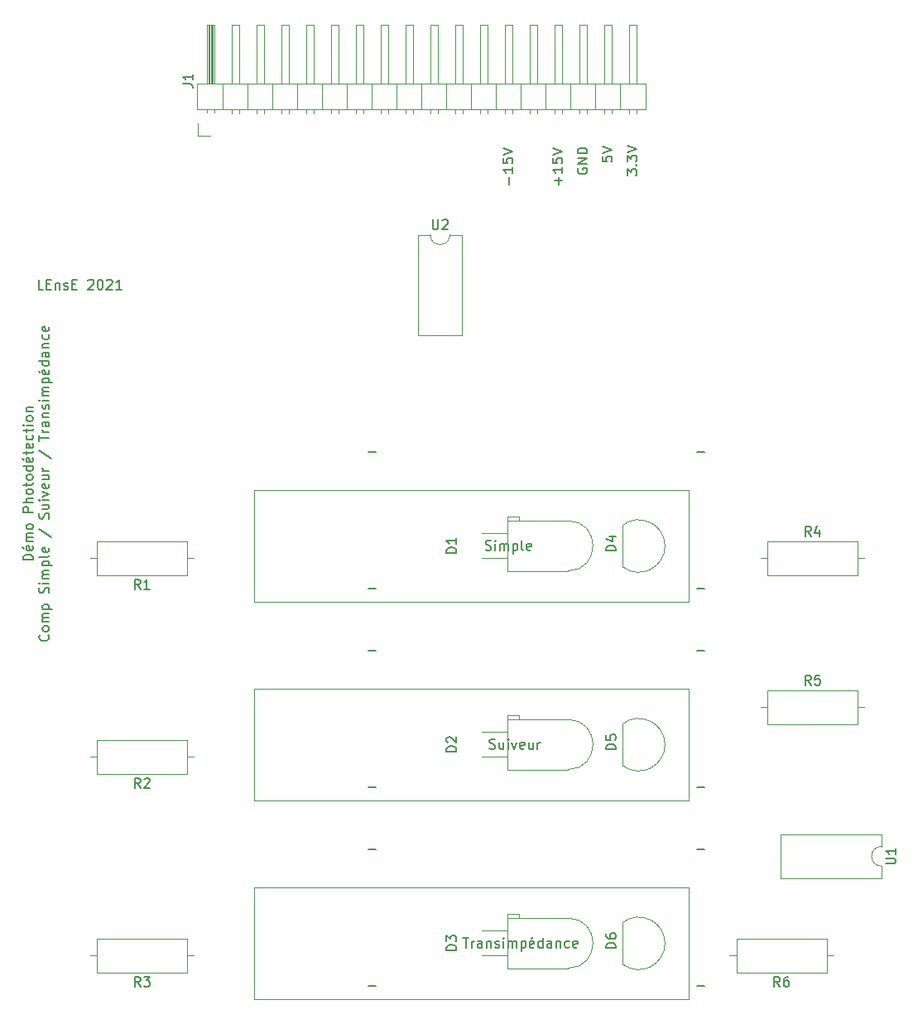
<source format=gbr>
%TF.GenerationSoftware,KiCad,Pcbnew,(5.0.1)-4*%
%TF.CreationDate,2021-04-02T16:30:22+02:00*%
%TF.ProjectId,carte_PhotodectionSuiveurTrans,63617274655F50686F746F6465637469,rev?*%
%TF.SameCoordinates,Original*%
%TF.FileFunction,Legend,Top*%
%TF.FilePolarity,Positive*%
%FSLAX46Y46*%
G04 Gerber Fmt 4.6, Leading zero omitted, Abs format (unit mm)*
G04 Created by KiCad (PCBNEW (5.0.1)-4) date 02/04/2021 16:30:22*
%MOMM*%
%LPD*%
G01*
G04 APERTURE LIST*
%ADD10C,0.150000*%
%ADD11C,0.120000*%
G04 APERTURE END LIST*
D10*
X209995238Y-129627380D02*
X210566666Y-129627380D01*
X210280952Y-130627380D02*
X210280952Y-129627380D01*
X210900000Y-130627380D02*
X210900000Y-129960714D01*
X210900000Y-130151190D02*
X210947619Y-130055952D01*
X210995238Y-130008333D01*
X211090476Y-129960714D01*
X211185714Y-129960714D01*
X211947619Y-130627380D02*
X211947619Y-130103571D01*
X211900000Y-130008333D01*
X211804761Y-129960714D01*
X211614285Y-129960714D01*
X211519047Y-130008333D01*
X211947619Y-130579761D02*
X211852380Y-130627380D01*
X211614285Y-130627380D01*
X211519047Y-130579761D01*
X211471428Y-130484523D01*
X211471428Y-130389285D01*
X211519047Y-130294047D01*
X211614285Y-130246428D01*
X211852380Y-130246428D01*
X211947619Y-130198809D01*
X212423809Y-129960714D02*
X212423809Y-130627380D01*
X212423809Y-130055952D02*
X212471428Y-130008333D01*
X212566666Y-129960714D01*
X212709523Y-129960714D01*
X212804761Y-130008333D01*
X212852380Y-130103571D01*
X212852380Y-130627380D01*
X213280952Y-130579761D02*
X213376190Y-130627380D01*
X213566666Y-130627380D01*
X213661904Y-130579761D01*
X213709523Y-130484523D01*
X213709523Y-130436904D01*
X213661904Y-130341666D01*
X213566666Y-130294047D01*
X213423809Y-130294047D01*
X213328571Y-130246428D01*
X213280952Y-130151190D01*
X213280952Y-130103571D01*
X213328571Y-130008333D01*
X213423809Y-129960714D01*
X213566666Y-129960714D01*
X213661904Y-130008333D01*
X214138095Y-130627380D02*
X214138095Y-129960714D01*
X214138095Y-129627380D02*
X214090476Y-129675000D01*
X214138095Y-129722619D01*
X214185714Y-129675000D01*
X214138095Y-129627380D01*
X214138095Y-129722619D01*
X214614285Y-130627380D02*
X214614285Y-129960714D01*
X214614285Y-130055952D02*
X214661904Y-130008333D01*
X214757142Y-129960714D01*
X214900000Y-129960714D01*
X214995238Y-130008333D01*
X215042857Y-130103571D01*
X215042857Y-130627380D01*
X215042857Y-130103571D02*
X215090476Y-130008333D01*
X215185714Y-129960714D01*
X215328571Y-129960714D01*
X215423809Y-130008333D01*
X215471428Y-130103571D01*
X215471428Y-130627380D01*
X215947619Y-129960714D02*
X215947619Y-130960714D01*
X215947619Y-130008333D02*
X216042857Y-129960714D01*
X216233333Y-129960714D01*
X216328571Y-130008333D01*
X216376190Y-130055952D01*
X216423809Y-130151190D01*
X216423809Y-130436904D01*
X216376190Y-130532142D01*
X216328571Y-130579761D01*
X216233333Y-130627380D01*
X216042857Y-130627380D01*
X215947619Y-130579761D01*
X217233333Y-130579761D02*
X217138095Y-130627380D01*
X216947619Y-130627380D01*
X216852380Y-130579761D01*
X216804761Y-130484523D01*
X216804761Y-130103571D01*
X216852380Y-130008333D01*
X216947619Y-129960714D01*
X217138095Y-129960714D01*
X217233333Y-130008333D01*
X217280952Y-130103571D01*
X217280952Y-130198809D01*
X216804761Y-130294047D01*
X217138095Y-129579761D02*
X216995238Y-129722619D01*
X218138095Y-130627380D02*
X218138095Y-129627380D01*
X218138095Y-130579761D02*
X218042857Y-130627380D01*
X217852380Y-130627380D01*
X217757142Y-130579761D01*
X217709523Y-130532142D01*
X217661904Y-130436904D01*
X217661904Y-130151190D01*
X217709523Y-130055952D01*
X217757142Y-130008333D01*
X217852380Y-129960714D01*
X218042857Y-129960714D01*
X218138095Y-130008333D01*
X219042857Y-130627380D02*
X219042857Y-130103571D01*
X218995238Y-130008333D01*
X218900000Y-129960714D01*
X218709523Y-129960714D01*
X218614285Y-130008333D01*
X219042857Y-130579761D02*
X218947619Y-130627380D01*
X218709523Y-130627380D01*
X218614285Y-130579761D01*
X218566666Y-130484523D01*
X218566666Y-130389285D01*
X218614285Y-130294047D01*
X218709523Y-130246428D01*
X218947619Y-130246428D01*
X219042857Y-130198809D01*
X219519047Y-129960714D02*
X219519047Y-130627380D01*
X219519047Y-130055952D02*
X219566666Y-130008333D01*
X219661904Y-129960714D01*
X219804761Y-129960714D01*
X219900000Y-130008333D01*
X219947619Y-130103571D01*
X219947619Y-130627380D01*
X220852380Y-130579761D02*
X220757142Y-130627380D01*
X220566666Y-130627380D01*
X220471428Y-130579761D01*
X220423809Y-130532142D01*
X220376190Y-130436904D01*
X220376190Y-130151190D01*
X220423809Y-130055952D01*
X220471428Y-130008333D01*
X220566666Y-129960714D01*
X220757142Y-129960714D01*
X220852380Y-130008333D01*
X221661904Y-130579761D02*
X221566666Y-130627380D01*
X221376190Y-130627380D01*
X221280952Y-130579761D01*
X221233333Y-130484523D01*
X221233333Y-130103571D01*
X221280952Y-130008333D01*
X221376190Y-129960714D01*
X221566666Y-129960714D01*
X221661904Y-130008333D01*
X221709523Y-130103571D01*
X221709523Y-130198809D01*
X221233333Y-130294047D01*
X212717380Y-110259761D02*
X212860238Y-110307380D01*
X213098333Y-110307380D01*
X213193571Y-110259761D01*
X213241190Y-110212142D01*
X213288809Y-110116904D01*
X213288809Y-110021666D01*
X213241190Y-109926428D01*
X213193571Y-109878809D01*
X213098333Y-109831190D01*
X212907857Y-109783571D01*
X212812619Y-109735952D01*
X212765000Y-109688333D01*
X212717380Y-109593095D01*
X212717380Y-109497857D01*
X212765000Y-109402619D01*
X212812619Y-109355000D01*
X212907857Y-109307380D01*
X213145952Y-109307380D01*
X213288809Y-109355000D01*
X214145952Y-109640714D02*
X214145952Y-110307380D01*
X213717380Y-109640714D02*
X213717380Y-110164523D01*
X213765000Y-110259761D01*
X213860238Y-110307380D01*
X214003095Y-110307380D01*
X214098333Y-110259761D01*
X214145952Y-110212142D01*
X214622142Y-110307380D02*
X214622142Y-109640714D01*
X214622142Y-109307380D02*
X214574523Y-109355000D01*
X214622142Y-109402619D01*
X214669761Y-109355000D01*
X214622142Y-109307380D01*
X214622142Y-109402619D01*
X215003095Y-109640714D02*
X215241190Y-110307380D01*
X215479285Y-109640714D01*
X216241190Y-110259761D02*
X216145952Y-110307380D01*
X215955476Y-110307380D01*
X215860238Y-110259761D01*
X215812619Y-110164523D01*
X215812619Y-109783571D01*
X215860238Y-109688333D01*
X215955476Y-109640714D01*
X216145952Y-109640714D01*
X216241190Y-109688333D01*
X216288809Y-109783571D01*
X216288809Y-109878809D01*
X215812619Y-109974047D01*
X217145952Y-109640714D02*
X217145952Y-110307380D01*
X216717380Y-109640714D02*
X216717380Y-110164523D01*
X216765000Y-110259761D01*
X216860238Y-110307380D01*
X217003095Y-110307380D01*
X217098333Y-110259761D01*
X217145952Y-110212142D01*
X217622142Y-110307380D02*
X217622142Y-109640714D01*
X217622142Y-109831190D02*
X217669761Y-109735952D01*
X217717380Y-109688333D01*
X217812619Y-109640714D01*
X217907857Y-109640714D01*
X212296666Y-89939761D02*
X212439523Y-89987380D01*
X212677619Y-89987380D01*
X212772857Y-89939761D01*
X212820476Y-89892142D01*
X212868095Y-89796904D01*
X212868095Y-89701666D01*
X212820476Y-89606428D01*
X212772857Y-89558809D01*
X212677619Y-89511190D01*
X212487142Y-89463571D01*
X212391904Y-89415952D01*
X212344285Y-89368333D01*
X212296666Y-89273095D01*
X212296666Y-89177857D01*
X212344285Y-89082619D01*
X212391904Y-89035000D01*
X212487142Y-88987380D01*
X212725238Y-88987380D01*
X212868095Y-89035000D01*
X213296666Y-89987380D02*
X213296666Y-89320714D01*
X213296666Y-88987380D02*
X213249047Y-89035000D01*
X213296666Y-89082619D01*
X213344285Y-89035000D01*
X213296666Y-88987380D01*
X213296666Y-89082619D01*
X213772857Y-89987380D02*
X213772857Y-89320714D01*
X213772857Y-89415952D02*
X213820476Y-89368333D01*
X213915714Y-89320714D01*
X214058571Y-89320714D01*
X214153809Y-89368333D01*
X214201428Y-89463571D01*
X214201428Y-89987380D01*
X214201428Y-89463571D02*
X214249047Y-89368333D01*
X214344285Y-89320714D01*
X214487142Y-89320714D01*
X214582380Y-89368333D01*
X214630000Y-89463571D01*
X214630000Y-89987380D01*
X215106190Y-89320714D02*
X215106190Y-90320714D01*
X215106190Y-89368333D02*
X215201428Y-89320714D01*
X215391904Y-89320714D01*
X215487142Y-89368333D01*
X215534761Y-89415952D01*
X215582380Y-89511190D01*
X215582380Y-89796904D01*
X215534761Y-89892142D01*
X215487142Y-89939761D01*
X215391904Y-89987380D01*
X215201428Y-89987380D01*
X215106190Y-89939761D01*
X216153809Y-89987380D02*
X216058571Y-89939761D01*
X216010952Y-89844523D01*
X216010952Y-88987380D01*
X216915714Y-89939761D02*
X216820476Y-89987380D01*
X216630000Y-89987380D01*
X216534761Y-89939761D01*
X216487142Y-89844523D01*
X216487142Y-89463571D01*
X216534761Y-89368333D01*
X216630000Y-89320714D01*
X216820476Y-89320714D01*
X216915714Y-89368333D01*
X216963333Y-89463571D01*
X216963333Y-89558809D01*
X216487142Y-89654047D01*
X214701428Y-52561904D02*
X214701428Y-51800000D01*
X215082380Y-50800000D02*
X215082380Y-51371428D01*
X215082380Y-51085714D02*
X214082380Y-51085714D01*
X214225238Y-51180952D01*
X214320476Y-51276190D01*
X214368095Y-51371428D01*
X214082380Y-49895238D02*
X214082380Y-50371428D01*
X214558571Y-50419047D01*
X214510952Y-50371428D01*
X214463333Y-50276190D01*
X214463333Y-50038095D01*
X214510952Y-49942857D01*
X214558571Y-49895238D01*
X214653809Y-49847619D01*
X214891904Y-49847619D01*
X214987142Y-49895238D01*
X215034761Y-49942857D01*
X215082380Y-50038095D01*
X215082380Y-50276190D01*
X215034761Y-50371428D01*
X214987142Y-50419047D01*
X214082380Y-49561904D02*
X215082380Y-49228571D01*
X214082380Y-48895238D01*
X219781428Y-52561904D02*
X219781428Y-51800000D01*
X220162380Y-52180952D02*
X219400476Y-52180952D01*
X220162380Y-50800000D02*
X220162380Y-51371428D01*
X220162380Y-51085714D02*
X219162380Y-51085714D01*
X219305238Y-51180952D01*
X219400476Y-51276190D01*
X219448095Y-51371428D01*
X219162380Y-49895238D02*
X219162380Y-50371428D01*
X219638571Y-50419047D01*
X219590952Y-50371428D01*
X219543333Y-50276190D01*
X219543333Y-50038095D01*
X219590952Y-49942857D01*
X219638571Y-49895238D01*
X219733809Y-49847619D01*
X219971904Y-49847619D01*
X220067142Y-49895238D01*
X220114761Y-49942857D01*
X220162380Y-50038095D01*
X220162380Y-50276190D01*
X220114761Y-50371428D01*
X220067142Y-50419047D01*
X219162380Y-49561904D02*
X220162380Y-49228571D01*
X219162380Y-48895238D01*
X221750000Y-50926904D02*
X221702380Y-51022142D01*
X221702380Y-51165000D01*
X221750000Y-51307857D01*
X221845238Y-51403095D01*
X221940476Y-51450714D01*
X222130952Y-51498333D01*
X222273809Y-51498333D01*
X222464285Y-51450714D01*
X222559523Y-51403095D01*
X222654761Y-51307857D01*
X222702380Y-51165000D01*
X222702380Y-51069761D01*
X222654761Y-50926904D01*
X222607142Y-50879285D01*
X222273809Y-50879285D01*
X222273809Y-51069761D01*
X222702380Y-50450714D02*
X221702380Y-50450714D01*
X222702380Y-49879285D01*
X221702380Y-49879285D01*
X222702380Y-49403095D02*
X221702380Y-49403095D01*
X221702380Y-49165000D01*
X221750000Y-49022142D01*
X221845238Y-48926904D01*
X221940476Y-48879285D01*
X222130952Y-48831666D01*
X222273809Y-48831666D01*
X222464285Y-48879285D01*
X222559523Y-48926904D01*
X222654761Y-49022142D01*
X222702380Y-49165000D01*
X222702380Y-49403095D01*
X224242380Y-49720476D02*
X224242380Y-50196666D01*
X224718571Y-50244285D01*
X224670952Y-50196666D01*
X224623333Y-50101428D01*
X224623333Y-49863333D01*
X224670952Y-49768095D01*
X224718571Y-49720476D01*
X224813809Y-49672857D01*
X225051904Y-49672857D01*
X225147142Y-49720476D01*
X225194761Y-49768095D01*
X225242380Y-49863333D01*
X225242380Y-50101428D01*
X225194761Y-50196666D01*
X225147142Y-50244285D01*
X224242380Y-49387142D02*
X225242380Y-49053809D01*
X224242380Y-48720476D01*
X226782380Y-51641190D02*
X226782380Y-51022142D01*
X227163333Y-51355476D01*
X227163333Y-51212619D01*
X227210952Y-51117380D01*
X227258571Y-51069761D01*
X227353809Y-51022142D01*
X227591904Y-51022142D01*
X227687142Y-51069761D01*
X227734761Y-51117380D01*
X227782380Y-51212619D01*
X227782380Y-51498333D01*
X227734761Y-51593571D01*
X227687142Y-51641190D01*
X227687142Y-50593571D02*
X227734761Y-50545952D01*
X227782380Y-50593571D01*
X227734761Y-50641190D01*
X227687142Y-50593571D01*
X227782380Y-50593571D01*
X226782380Y-50212619D02*
X226782380Y-49593571D01*
X227163333Y-49926904D01*
X227163333Y-49784047D01*
X227210952Y-49688809D01*
X227258571Y-49641190D01*
X227353809Y-49593571D01*
X227591904Y-49593571D01*
X227687142Y-49641190D01*
X227734761Y-49688809D01*
X227782380Y-49784047D01*
X227782380Y-50069761D01*
X227734761Y-50165000D01*
X227687142Y-50212619D01*
X226782380Y-49307857D02*
X227782380Y-48974523D01*
X226782380Y-48641190D01*
X165997380Y-90970714D02*
X164997380Y-90970714D01*
X164997380Y-90732619D01*
X165045000Y-90589761D01*
X165140238Y-90494523D01*
X165235476Y-90446904D01*
X165425952Y-90399285D01*
X165568809Y-90399285D01*
X165759285Y-90446904D01*
X165854523Y-90494523D01*
X165949761Y-90589761D01*
X165997380Y-90732619D01*
X165997380Y-90970714D01*
X165949761Y-89589761D02*
X165997380Y-89685000D01*
X165997380Y-89875476D01*
X165949761Y-89970714D01*
X165854523Y-90018333D01*
X165473571Y-90018333D01*
X165378333Y-89970714D01*
X165330714Y-89875476D01*
X165330714Y-89685000D01*
X165378333Y-89589761D01*
X165473571Y-89542142D01*
X165568809Y-89542142D01*
X165664047Y-90018333D01*
X164949761Y-89685000D02*
X165092619Y-89827857D01*
X165997380Y-89113571D02*
X165330714Y-89113571D01*
X165425952Y-89113571D02*
X165378333Y-89065952D01*
X165330714Y-88970714D01*
X165330714Y-88827857D01*
X165378333Y-88732619D01*
X165473571Y-88685000D01*
X165997380Y-88685000D01*
X165473571Y-88685000D02*
X165378333Y-88637380D01*
X165330714Y-88542142D01*
X165330714Y-88399285D01*
X165378333Y-88304047D01*
X165473571Y-88256428D01*
X165997380Y-88256428D01*
X165997380Y-87637380D02*
X165949761Y-87732619D01*
X165902142Y-87780238D01*
X165806904Y-87827857D01*
X165521190Y-87827857D01*
X165425952Y-87780238D01*
X165378333Y-87732619D01*
X165330714Y-87637380D01*
X165330714Y-87494523D01*
X165378333Y-87399285D01*
X165425952Y-87351666D01*
X165521190Y-87304047D01*
X165806904Y-87304047D01*
X165902142Y-87351666D01*
X165949761Y-87399285D01*
X165997380Y-87494523D01*
X165997380Y-87637380D01*
X165997380Y-86113571D02*
X164997380Y-86113571D01*
X164997380Y-85732619D01*
X165045000Y-85637380D01*
X165092619Y-85589761D01*
X165187857Y-85542142D01*
X165330714Y-85542142D01*
X165425952Y-85589761D01*
X165473571Y-85637380D01*
X165521190Y-85732619D01*
X165521190Y-86113571D01*
X165997380Y-85113571D02*
X164997380Y-85113571D01*
X165997380Y-84685000D02*
X165473571Y-84685000D01*
X165378333Y-84732619D01*
X165330714Y-84827857D01*
X165330714Y-84970714D01*
X165378333Y-85065952D01*
X165425952Y-85113571D01*
X165997380Y-84065952D02*
X165949761Y-84161190D01*
X165902142Y-84208809D01*
X165806904Y-84256428D01*
X165521190Y-84256428D01*
X165425952Y-84208809D01*
X165378333Y-84161190D01*
X165330714Y-84065952D01*
X165330714Y-83923095D01*
X165378333Y-83827857D01*
X165425952Y-83780238D01*
X165521190Y-83732619D01*
X165806904Y-83732619D01*
X165902142Y-83780238D01*
X165949761Y-83827857D01*
X165997380Y-83923095D01*
X165997380Y-84065952D01*
X165330714Y-83446904D02*
X165330714Y-83065952D01*
X164997380Y-83304047D02*
X165854523Y-83304047D01*
X165949761Y-83256428D01*
X165997380Y-83161190D01*
X165997380Y-83065952D01*
X165997380Y-82589761D02*
X165949761Y-82685000D01*
X165902142Y-82732619D01*
X165806904Y-82780238D01*
X165521190Y-82780238D01*
X165425952Y-82732619D01*
X165378333Y-82685000D01*
X165330714Y-82589761D01*
X165330714Y-82446904D01*
X165378333Y-82351666D01*
X165425952Y-82304047D01*
X165521190Y-82256428D01*
X165806904Y-82256428D01*
X165902142Y-82304047D01*
X165949761Y-82351666D01*
X165997380Y-82446904D01*
X165997380Y-82589761D01*
X165997380Y-81399285D02*
X164997380Y-81399285D01*
X165949761Y-81399285D02*
X165997380Y-81494523D01*
X165997380Y-81685000D01*
X165949761Y-81780238D01*
X165902142Y-81827857D01*
X165806904Y-81875476D01*
X165521190Y-81875476D01*
X165425952Y-81827857D01*
X165378333Y-81780238D01*
X165330714Y-81685000D01*
X165330714Y-81494523D01*
X165378333Y-81399285D01*
X165949761Y-80542142D02*
X165997380Y-80637380D01*
X165997380Y-80827857D01*
X165949761Y-80923095D01*
X165854523Y-80970714D01*
X165473571Y-80970714D01*
X165378333Y-80923095D01*
X165330714Y-80827857D01*
X165330714Y-80637380D01*
X165378333Y-80542142D01*
X165473571Y-80494523D01*
X165568809Y-80494523D01*
X165664047Y-80970714D01*
X164949761Y-80637380D02*
X165092619Y-80780238D01*
X165330714Y-80208809D02*
X165330714Y-79827857D01*
X164997380Y-80065952D02*
X165854523Y-80065952D01*
X165949761Y-80018333D01*
X165997380Y-79923095D01*
X165997380Y-79827857D01*
X165949761Y-79113571D02*
X165997380Y-79208809D01*
X165997380Y-79399285D01*
X165949761Y-79494523D01*
X165854523Y-79542142D01*
X165473571Y-79542142D01*
X165378333Y-79494523D01*
X165330714Y-79399285D01*
X165330714Y-79208809D01*
X165378333Y-79113571D01*
X165473571Y-79065952D01*
X165568809Y-79065952D01*
X165664047Y-79542142D01*
X165949761Y-78208809D02*
X165997380Y-78304047D01*
X165997380Y-78494523D01*
X165949761Y-78589761D01*
X165902142Y-78637380D01*
X165806904Y-78685000D01*
X165521190Y-78685000D01*
X165425952Y-78637380D01*
X165378333Y-78589761D01*
X165330714Y-78494523D01*
X165330714Y-78304047D01*
X165378333Y-78208809D01*
X165330714Y-77923095D02*
X165330714Y-77542142D01*
X164997380Y-77780238D02*
X165854523Y-77780238D01*
X165949761Y-77732619D01*
X165997380Y-77637380D01*
X165997380Y-77542142D01*
X165997380Y-77208809D02*
X165330714Y-77208809D01*
X164997380Y-77208809D02*
X165045000Y-77256428D01*
X165092619Y-77208809D01*
X165045000Y-77161190D01*
X164997380Y-77208809D01*
X165092619Y-77208809D01*
X165997380Y-76589761D02*
X165949761Y-76685000D01*
X165902142Y-76732619D01*
X165806904Y-76780238D01*
X165521190Y-76780238D01*
X165425952Y-76732619D01*
X165378333Y-76685000D01*
X165330714Y-76589761D01*
X165330714Y-76446904D01*
X165378333Y-76351666D01*
X165425952Y-76304047D01*
X165521190Y-76256428D01*
X165806904Y-76256428D01*
X165902142Y-76304047D01*
X165949761Y-76351666D01*
X165997380Y-76446904D01*
X165997380Y-76589761D01*
X165330714Y-75827857D02*
X165997380Y-75827857D01*
X165425952Y-75827857D02*
X165378333Y-75780238D01*
X165330714Y-75685000D01*
X165330714Y-75542142D01*
X165378333Y-75446904D01*
X165473571Y-75399285D01*
X165997380Y-75399285D01*
X167552142Y-98661190D02*
X167599761Y-98708809D01*
X167647380Y-98851666D01*
X167647380Y-98946904D01*
X167599761Y-99089761D01*
X167504523Y-99185000D01*
X167409285Y-99232619D01*
X167218809Y-99280238D01*
X167075952Y-99280238D01*
X166885476Y-99232619D01*
X166790238Y-99185000D01*
X166695000Y-99089761D01*
X166647380Y-98946904D01*
X166647380Y-98851666D01*
X166695000Y-98708809D01*
X166742619Y-98661190D01*
X167647380Y-98089761D02*
X167599761Y-98185000D01*
X167552142Y-98232619D01*
X167456904Y-98280238D01*
X167171190Y-98280238D01*
X167075952Y-98232619D01*
X167028333Y-98185000D01*
X166980714Y-98089761D01*
X166980714Y-97946904D01*
X167028333Y-97851666D01*
X167075952Y-97804047D01*
X167171190Y-97756428D01*
X167456904Y-97756428D01*
X167552142Y-97804047D01*
X167599761Y-97851666D01*
X167647380Y-97946904D01*
X167647380Y-98089761D01*
X167647380Y-97327857D02*
X166980714Y-97327857D01*
X167075952Y-97327857D02*
X167028333Y-97280238D01*
X166980714Y-97185000D01*
X166980714Y-97042142D01*
X167028333Y-96946904D01*
X167123571Y-96899285D01*
X167647380Y-96899285D01*
X167123571Y-96899285D02*
X167028333Y-96851666D01*
X166980714Y-96756428D01*
X166980714Y-96613571D01*
X167028333Y-96518333D01*
X167123571Y-96470714D01*
X167647380Y-96470714D01*
X166980714Y-95994523D02*
X167980714Y-95994523D01*
X167028333Y-95994523D02*
X166980714Y-95899285D01*
X166980714Y-95708809D01*
X167028333Y-95613571D01*
X167075952Y-95565952D01*
X167171190Y-95518333D01*
X167456904Y-95518333D01*
X167552142Y-95565952D01*
X167599761Y-95613571D01*
X167647380Y-95708809D01*
X167647380Y-95899285D01*
X167599761Y-95994523D01*
X167599761Y-94375476D02*
X167647380Y-94232619D01*
X167647380Y-93994523D01*
X167599761Y-93899285D01*
X167552142Y-93851666D01*
X167456904Y-93804047D01*
X167361666Y-93804047D01*
X167266428Y-93851666D01*
X167218809Y-93899285D01*
X167171190Y-93994523D01*
X167123571Y-94185000D01*
X167075952Y-94280238D01*
X167028333Y-94327857D01*
X166933095Y-94375476D01*
X166837857Y-94375476D01*
X166742619Y-94327857D01*
X166695000Y-94280238D01*
X166647380Y-94185000D01*
X166647380Y-93946904D01*
X166695000Y-93804047D01*
X167647380Y-93375476D02*
X166980714Y-93375476D01*
X166647380Y-93375476D02*
X166695000Y-93423095D01*
X166742619Y-93375476D01*
X166695000Y-93327857D01*
X166647380Y-93375476D01*
X166742619Y-93375476D01*
X167647380Y-92899285D02*
X166980714Y-92899285D01*
X167075952Y-92899285D02*
X167028333Y-92851666D01*
X166980714Y-92756428D01*
X166980714Y-92613571D01*
X167028333Y-92518333D01*
X167123571Y-92470714D01*
X167647380Y-92470714D01*
X167123571Y-92470714D02*
X167028333Y-92423095D01*
X166980714Y-92327857D01*
X166980714Y-92185000D01*
X167028333Y-92089761D01*
X167123571Y-92042142D01*
X167647380Y-92042142D01*
X166980714Y-91565952D02*
X167980714Y-91565952D01*
X167028333Y-91565952D02*
X166980714Y-91470714D01*
X166980714Y-91280238D01*
X167028333Y-91185000D01*
X167075952Y-91137380D01*
X167171190Y-91089761D01*
X167456904Y-91089761D01*
X167552142Y-91137380D01*
X167599761Y-91185000D01*
X167647380Y-91280238D01*
X167647380Y-91470714D01*
X167599761Y-91565952D01*
X167647380Y-90518333D02*
X167599761Y-90613571D01*
X167504523Y-90661190D01*
X166647380Y-90661190D01*
X167599761Y-89756428D02*
X167647380Y-89851666D01*
X167647380Y-90042142D01*
X167599761Y-90137380D01*
X167504523Y-90185000D01*
X167123571Y-90185000D01*
X167028333Y-90137380D01*
X166980714Y-90042142D01*
X166980714Y-89851666D01*
X167028333Y-89756428D01*
X167123571Y-89708809D01*
X167218809Y-89708809D01*
X167314047Y-90185000D01*
X166599761Y-87804047D02*
X167885476Y-88661190D01*
X167599761Y-86756428D02*
X167647380Y-86613571D01*
X167647380Y-86375476D01*
X167599761Y-86280238D01*
X167552142Y-86232619D01*
X167456904Y-86185000D01*
X167361666Y-86185000D01*
X167266428Y-86232619D01*
X167218809Y-86280238D01*
X167171190Y-86375476D01*
X167123571Y-86565952D01*
X167075952Y-86661190D01*
X167028333Y-86708809D01*
X166933095Y-86756428D01*
X166837857Y-86756428D01*
X166742619Y-86708809D01*
X166695000Y-86661190D01*
X166647380Y-86565952D01*
X166647380Y-86327857D01*
X166695000Y-86185000D01*
X166980714Y-85327857D02*
X167647380Y-85327857D01*
X166980714Y-85756428D02*
X167504523Y-85756428D01*
X167599761Y-85708809D01*
X167647380Y-85613571D01*
X167647380Y-85470714D01*
X167599761Y-85375476D01*
X167552142Y-85327857D01*
X167647380Y-84851666D02*
X166980714Y-84851666D01*
X166647380Y-84851666D02*
X166695000Y-84899285D01*
X166742619Y-84851666D01*
X166695000Y-84804047D01*
X166647380Y-84851666D01*
X166742619Y-84851666D01*
X166980714Y-84470714D02*
X167647380Y-84232619D01*
X166980714Y-83994523D01*
X167599761Y-83232619D02*
X167647380Y-83327857D01*
X167647380Y-83518333D01*
X167599761Y-83613571D01*
X167504523Y-83661190D01*
X167123571Y-83661190D01*
X167028333Y-83613571D01*
X166980714Y-83518333D01*
X166980714Y-83327857D01*
X167028333Y-83232619D01*
X167123571Y-83185000D01*
X167218809Y-83185000D01*
X167314047Y-83661190D01*
X166980714Y-82327857D02*
X167647380Y-82327857D01*
X166980714Y-82756428D02*
X167504523Y-82756428D01*
X167599761Y-82708809D01*
X167647380Y-82613571D01*
X167647380Y-82470714D01*
X167599761Y-82375476D01*
X167552142Y-82327857D01*
X167647380Y-81851666D02*
X166980714Y-81851666D01*
X167171190Y-81851666D02*
X167075952Y-81804047D01*
X167028333Y-81756428D01*
X166980714Y-81661190D01*
X166980714Y-81565952D01*
X166599761Y-79756428D02*
X167885476Y-80613571D01*
X166647380Y-78804047D02*
X166647380Y-78232619D01*
X167647380Y-78518333D02*
X166647380Y-78518333D01*
X167647380Y-77899285D02*
X166980714Y-77899285D01*
X167171190Y-77899285D02*
X167075952Y-77851666D01*
X167028333Y-77804047D01*
X166980714Y-77708809D01*
X166980714Y-77613571D01*
X167647380Y-76851666D02*
X167123571Y-76851666D01*
X167028333Y-76899285D01*
X166980714Y-76994523D01*
X166980714Y-77185000D01*
X167028333Y-77280238D01*
X167599761Y-76851666D02*
X167647380Y-76946904D01*
X167647380Y-77185000D01*
X167599761Y-77280238D01*
X167504523Y-77327857D01*
X167409285Y-77327857D01*
X167314047Y-77280238D01*
X167266428Y-77185000D01*
X167266428Y-76946904D01*
X167218809Y-76851666D01*
X166980714Y-76375476D02*
X167647380Y-76375476D01*
X167075952Y-76375476D02*
X167028333Y-76327857D01*
X166980714Y-76232619D01*
X166980714Y-76089761D01*
X167028333Y-75994523D01*
X167123571Y-75946904D01*
X167647380Y-75946904D01*
X167599761Y-75518333D02*
X167647380Y-75423095D01*
X167647380Y-75232619D01*
X167599761Y-75137380D01*
X167504523Y-75089761D01*
X167456904Y-75089761D01*
X167361666Y-75137380D01*
X167314047Y-75232619D01*
X167314047Y-75375476D01*
X167266428Y-75470714D01*
X167171190Y-75518333D01*
X167123571Y-75518333D01*
X167028333Y-75470714D01*
X166980714Y-75375476D01*
X166980714Y-75232619D01*
X167028333Y-75137380D01*
X167647380Y-74661190D02*
X166980714Y-74661190D01*
X166647380Y-74661190D02*
X166695000Y-74708809D01*
X166742619Y-74661190D01*
X166695000Y-74613571D01*
X166647380Y-74661190D01*
X166742619Y-74661190D01*
X167647380Y-74185000D02*
X166980714Y-74185000D01*
X167075952Y-74185000D02*
X167028333Y-74137380D01*
X166980714Y-74042142D01*
X166980714Y-73899285D01*
X167028333Y-73804047D01*
X167123571Y-73756428D01*
X167647380Y-73756428D01*
X167123571Y-73756428D02*
X167028333Y-73708809D01*
X166980714Y-73613571D01*
X166980714Y-73470714D01*
X167028333Y-73375476D01*
X167123571Y-73327857D01*
X167647380Y-73327857D01*
X166980714Y-72851666D02*
X167980714Y-72851666D01*
X167028333Y-72851666D02*
X166980714Y-72756428D01*
X166980714Y-72565952D01*
X167028333Y-72470714D01*
X167075952Y-72423095D01*
X167171190Y-72375476D01*
X167456904Y-72375476D01*
X167552142Y-72423095D01*
X167599761Y-72470714D01*
X167647380Y-72565952D01*
X167647380Y-72756428D01*
X167599761Y-72851666D01*
X167599761Y-71565952D02*
X167647380Y-71661190D01*
X167647380Y-71851666D01*
X167599761Y-71946904D01*
X167504523Y-71994523D01*
X167123571Y-71994523D01*
X167028333Y-71946904D01*
X166980714Y-71851666D01*
X166980714Y-71661190D01*
X167028333Y-71565952D01*
X167123571Y-71518333D01*
X167218809Y-71518333D01*
X167314047Y-71994523D01*
X166599761Y-71661190D02*
X166742619Y-71804047D01*
X167647380Y-70661190D02*
X166647380Y-70661190D01*
X167599761Y-70661190D02*
X167647380Y-70756428D01*
X167647380Y-70946904D01*
X167599761Y-71042142D01*
X167552142Y-71089761D01*
X167456904Y-71137380D01*
X167171190Y-71137380D01*
X167075952Y-71089761D01*
X167028333Y-71042142D01*
X166980714Y-70946904D01*
X166980714Y-70756428D01*
X167028333Y-70661190D01*
X167647380Y-69756428D02*
X167123571Y-69756428D01*
X167028333Y-69804047D01*
X166980714Y-69899285D01*
X166980714Y-70089761D01*
X167028333Y-70185000D01*
X167599761Y-69756428D02*
X167647380Y-69851666D01*
X167647380Y-70089761D01*
X167599761Y-70185000D01*
X167504523Y-70232619D01*
X167409285Y-70232619D01*
X167314047Y-70185000D01*
X167266428Y-70089761D01*
X167266428Y-69851666D01*
X167218809Y-69756428D01*
X166980714Y-69280238D02*
X167647380Y-69280238D01*
X167075952Y-69280238D02*
X167028333Y-69232619D01*
X166980714Y-69137380D01*
X166980714Y-68994523D01*
X167028333Y-68899285D01*
X167123571Y-68851666D01*
X167647380Y-68851666D01*
X167599761Y-67946904D02*
X167647380Y-68042142D01*
X167647380Y-68232619D01*
X167599761Y-68327857D01*
X167552142Y-68375476D01*
X167456904Y-68423095D01*
X167171190Y-68423095D01*
X167075952Y-68375476D01*
X167028333Y-68327857D01*
X166980714Y-68232619D01*
X166980714Y-68042142D01*
X167028333Y-67946904D01*
X167599761Y-67137380D02*
X167647380Y-67232619D01*
X167647380Y-67423095D01*
X167599761Y-67518333D01*
X167504523Y-67565952D01*
X167123571Y-67565952D01*
X167028333Y-67518333D01*
X166980714Y-67423095D01*
X166980714Y-67232619D01*
X167028333Y-67137380D01*
X167123571Y-67089761D01*
X167218809Y-67089761D01*
X167314047Y-67565952D01*
X167076904Y-63317380D02*
X166600714Y-63317380D01*
X166600714Y-62317380D01*
X167410238Y-62793571D02*
X167743571Y-62793571D01*
X167886428Y-63317380D02*
X167410238Y-63317380D01*
X167410238Y-62317380D01*
X167886428Y-62317380D01*
X168315000Y-62650714D02*
X168315000Y-63317380D01*
X168315000Y-62745952D02*
X168362619Y-62698333D01*
X168457857Y-62650714D01*
X168600714Y-62650714D01*
X168695952Y-62698333D01*
X168743571Y-62793571D01*
X168743571Y-63317380D01*
X169172142Y-63269761D02*
X169267380Y-63317380D01*
X169457857Y-63317380D01*
X169553095Y-63269761D01*
X169600714Y-63174523D01*
X169600714Y-63126904D01*
X169553095Y-63031666D01*
X169457857Y-62984047D01*
X169315000Y-62984047D01*
X169219761Y-62936428D01*
X169172142Y-62841190D01*
X169172142Y-62793571D01*
X169219761Y-62698333D01*
X169315000Y-62650714D01*
X169457857Y-62650714D01*
X169553095Y-62698333D01*
X170029285Y-62793571D02*
X170362619Y-62793571D01*
X170505476Y-63317380D02*
X170029285Y-63317380D01*
X170029285Y-62317380D01*
X170505476Y-62317380D01*
X171648333Y-62412619D02*
X171695952Y-62365000D01*
X171791190Y-62317380D01*
X172029285Y-62317380D01*
X172124523Y-62365000D01*
X172172142Y-62412619D01*
X172219761Y-62507857D01*
X172219761Y-62603095D01*
X172172142Y-62745952D01*
X171600714Y-63317380D01*
X172219761Y-63317380D01*
X172838809Y-62317380D02*
X172934047Y-62317380D01*
X173029285Y-62365000D01*
X173076904Y-62412619D01*
X173124523Y-62507857D01*
X173172142Y-62698333D01*
X173172142Y-62936428D01*
X173124523Y-63126904D01*
X173076904Y-63222142D01*
X173029285Y-63269761D01*
X172934047Y-63317380D01*
X172838809Y-63317380D01*
X172743571Y-63269761D01*
X172695952Y-63222142D01*
X172648333Y-63126904D01*
X172600714Y-62936428D01*
X172600714Y-62698333D01*
X172648333Y-62507857D01*
X172695952Y-62412619D01*
X172743571Y-62365000D01*
X172838809Y-62317380D01*
X173553095Y-62412619D02*
X173600714Y-62365000D01*
X173695952Y-62317380D01*
X173934047Y-62317380D01*
X174029285Y-62365000D01*
X174076904Y-62412619D01*
X174124523Y-62507857D01*
X174124523Y-62603095D01*
X174076904Y-62745952D01*
X173505476Y-63317380D01*
X174124523Y-63317380D01*
X175076904Y-63317380D02*
X174505476Y-63317380D01*
X174791190Y-63317380D02*
X174791190Y-62317380D01*
X174695952Y-62460238D01*
X174600714Y-62555476D01*
X174505476Y-62603095D01*
D11*
X233045000Y-95250000D02*
X233045000Y-83820000D01*
X233045000Y-83820000D02*
X188595000Y-83820000D01*
X188595000Y-83820000D02*
X188595000Y-95250000D01*
X188595000Y-95250000D02*
X233045000Y-95250000D01*
X233045000Y-135890000D02*
X233045000Y-124460000D01*
X233045000Y-124460000D02*
X188595000Y-124460000D01*
X188595000Y-124460000D02*
X188595000Y-135890000D01*
X188595000Y-135890000D02*
X233045000Y-135890000D01*
X233045000Y-104140000D02*
X188595000Y-104140000D01*
X233045000Y-115570000D02*
X233045000Y-104140000D01*
X188595000Y-115570000D02*
X233045000Y-115570000D01*
X188595000Y-104140000D02*
X188595000Y-115570000D01*
%TO.C,J1*%
X182880000Y-47625000D02*
X182880000Y-46355000D01*
X184150000Y-47625000D02*
X182880000Y-47625000D01*
X227710000Y-45312071D02*
X227710000Y-44915000D01*
X226950000Y-45312071D02*
X226950000Y-44915000D01*
X227710000Y-36255000D02*
X227710000Y-42255000D01*
X226950000Y-36255000D02*
X227710000Y-36255000D01*
X226950000Y-42255000D02*
X226950000Y-36255000D01*
X226060000Y-44915000D02*
X226060000Y-42255000D01*
X225170000Y-45312071D02*
X225170000Y-44915000D01*
X224410000Y-45312071D02*
X224410000Y-44915000D01*
X225170000Y-36255000D02*
X225170000Y-42255000D01*
X224410000Y-36255000D02*
X225170000Y-36255000D01*
X224410000Y-42255000D02*
X224410000Y-36255000D01*
X223520000Y-44915000D02*
X223520000Y-42255000D01*
X222630000Y-45312071D02*
X222630000Y-44915000D01*
X221870000Y-45312071D02*
X221870000Y-44915000D01*
X222630000Y-36255000D02*
X222630000Y-42255000D01*
X221870000Y-36255000D02*
X222630000Y-36255000D01*
X221870000Y-42255000D02*
X221870000Y-36255000D01*
X220980000Y-44915000D02*
X220980000Y-42255000D01*
X220090000Y-45312071D02*
X220090000Y-44915000D01*
X219330000Y-45312071D02*
X219330000Y-44915000D01*
X220090000Y-36255000D02*
X220090000Y-42255000D01*
X219330000Y-36255000D02*
X220090000Y-36255000D01*
X219330000Y-42255000D02*
X219330000Y-36255000D01*
X218440000Y-44915000D02*
X218440000Y-42255000D01*
X217550000Y-45312071D02*
X217550000Y-44915000D01*
X216790000Y-45312071D02*
X216790000Y-44915000D01*
X217550000Y-36255000D02*
X217550000Y-42255000D01*
X216790000Y-36255000D02*
X217550000Y-36255000D01*
X216790000Y-42255000D02*
X216790000Y-36255000D01*
X215900000Y-44915000D02*
X215900000Y-42255000D01*
X215010000Y-45312071D02*
X215010000Y-44915000D01*
X214250000Y-45312071D02*
X214250000Y-44915000D01*
X215010000Y-36255000D02*
X215010000Y-42255000D01*
X214250000Y-36255000D02*
X215010000Y-36255000D01*
X214250000Y-42255000D02*
X214250000Y-36255000D01*
X213360000Y-44915000D02*
X213360000Y-42255000D01*
X212470000Y-45312071D02*
X212470000Y-44915000D01*
X211710000Y-45312071D02*
X211710000Y-44915000D01*
X212470000Y-36255000D02*
X212470000Y-42255000D01*
X211710000Y-36255000D02*
X212470000Y-36255000D01*
X211710000Y-42255000D02*
X211710000Y-36255000D01*
X210820000Y-44915000D02*
X210820000Y-42255000D01*
X209930000Y-45312071D02*
X209930000Y-44915000D01*
X209170000Y-45312071D02*
X209170000Y-44915000D01*
X209930000Y-36255000D02*
X209930000Y-42255000D01*
X209170000Y-36255000D02*
X209930000Y-36255000D01*
X209170000Y-42255000D02*
X209170000Y-36255000D01*
X208280000Y-44915000D02*
X208280000Y-42255000D01*
X207390000Y-45312071D02*
X207390000Y-44915000D01*
X206630000Y-45312071D02*
X206630000Y-44915000D01*
X207390000Y-36255000D02*
X207390000Y-42255000D01*
X206630000Y-36255000D02*
X207390000Y-36255000D01*
X206630000Y-42255000D02*
X206630000Y-36255000D01*
X205740000Y-44915000D02*
X205740000Y-42255000D01*
X204850000Y-45312071D02*
X204850000Y-44915000D01*
X204090000Y-45312071D02*
X204090000Y-44915000D01*
X204850000Y-36255000D02*
X204850000Y-42255000D01*
X204090000Y-36255000D02*
X204850000Y-36255000D01*
X204090000Y-42255000D02*
X204090000Y-36255000D01*
X203200000Y-44915000D02*
X203200000Y-42255000D01*
X202310000Y-45312071D02*
X202310000Y-44915000D01*
X201550000Y-45312071D02*
X201550000Y-44915000D01*
X202310000Y-36255000D02*
X202310000Y-42255000D01*
X201550000Y-36255000D02*
X202310000Y-36255000D01*
X201550000Y-42255000D02*
X201550000Y-36255000D01*
X200660000Y-44915000D02*
X200660000Y-42255000D01*
X199770000Y-45312071D02*
X199770000Y-44915000D01*
X199010000Y-45312071D02*
X199010000Y-44915000D01*
X199770000Y-36255000D02*
X199770000Y-42255000D01*
X199010000Y-36255000D02*
X199770000Y-36255000D01*
X199010000Y-42255000D02*
X199010000Y-36255000D01*
X198120000Y-44915000D02*
X198120000Y-42255000D01*
X197230000Y-45312071D02*
X197230000Y-44915000D01*
X196470000Y-45312071D02*
X196470000Y-44915000D01*
X197230000Y-36255000D02*
X197230000Y-42255000D01*
X196470000Y-36255000D02*
X197230000Y-36255000D01*
X196470000Y-42255000D02*
X196470000Y-36255000D01*
X195580000Y-44915000D02*
X195580000Y-42255000D01*
X194690000Y-45312071D02*
X194690000Y-44915000D01*
X193930000Y-45312071D02*
X193930000Y-44915000D01*
X194690000Y-36255000D02*
X194690000Y-42255000D01*
X193930000Y-36255000D02*
X194690000Y-36255000D01*
X193930000Y-42255000D02*
X193930000Y-36255000D01*
X193040000Y-44915000D02*
X193040000Y-42255000D01*
X192150000Y-45312071D02*
X192150000Y-44915000D01*
X191390000Y-45312071D02*
X191390000Y-44915000D01*
X192150000Y-36255000D02*
X192150000Y-42255000D01*
X191390000Y-36255000D02*
X192150000Y-36255000D01*
X191390000Y-42255000D02*
X191390000Y-36255000D01*
X190500000Y-44915000D02*
X190500000Y-42255000D01*
X189610000Y-45312071D02*
X189610000Y-44915000D01*
X188850000Y-45312071D02*
X188850000Y-44915000D01*
X189610000Y-36255000D02*
X189610000Y-42255000D01*
X188850000Y-36255000D02*
X189610000Y-36255000D01*
X188850000Y-42255000D02*
X188850000Y-36255000D01*
X187960000Y-44915000D02*
X187960000Y-42255000D01*
X187070000Y-45312071D02*
X187070000Y-44915000D01*
X186310000Y-45312071D02*
X186310000Y-44915000D01*
X187070000Y-36255000D02*
X187070000Y-42255000D01*
X186310000Y-36255000D02*
X187070000Y-36255000D01*
X186310000Y-42255000D02*
X186310000Y-36255000D01*
X185420000Y-44915000D02*
X185420000Y-42255000D01*
X184530000Y-45245000D02*
X184530000Y-44915000D01*
X183770000Y-45245000D02*
X183770000Y-44915000D01*
X184430000Y-42255000D02*
X184430000Y-36255000D01*
X184310000Y-42255000D02*
X184310000Y-36255000D01*
X184190000Y-42255000D02*
X184190000Y-36255000D01*
X184070000Y-42255000D02*
X184070000Y-36255000D01*
X183950000Y-42255000D02*
X183950000Y-36255000D01*
X183830000Y-42255000D02*
X183830000Y-36255000D01*
X184530000Y-36255000D02*
X184530000Y-42255000D01*
X183770000Y-36255000D02*
X184530000Y-36255000D01*
X183770000Y-42255000D02*
X183770000Y-36255000D01*
X182820000Y-42255000D02*
X182820000Y-44915000D01*
X228660000Y-42255000D02*
X182820000Y-42255000D01*
X228660000Y-44915000D02*
X228660000Y-42255000D01*
X182820000Y-44915000D02*
X228660000Y-44915000D01*
%TO.C,D1*%
X211900000Y-88265000D02*
X211900000Y-88265000D01*
X214570000Y-88265000D02*
X211900000Y-88265000D01*
X214570000Y-88265000D02*
X214570000Y-88265000D01*
X211900000Y-88265000D02*
X214570000Y-88265000D01*
X211900000Y-90805000D02*
X211900000Y-90805000D01*
X214570000Y-90805000D02*
X211900000Y-90805000D01*
X214570000Y-90805000D02*
X214570000Y-90805000D01*
X211900000Y-90805000D02*
X214570000Y-90805000D01*
X214570000Y-86975000D02*
X214570000Y-86575000D01*
X215690000Y-86975000D02*
X214570000Y-86975000D01*
X215690000Y-86575000D02*
X215690000Y-86975000D01*
X214570000Y-86575000D02*
X215690000Y-86575000D01*
X214570000Y-92095000D02*
X214570000Y-86975000D01*
X214570000Y-86975000D02*
X220730000Y-86975000D01*
X214570000Y-92095000D02*
X220730000Y-92095000D01*
X220730000Y-86975000D02*
G75*
G02X220730000Y-92095000I0J-2560000D01*
G01*
%TO.C,D2*%
X214570000Y-112415000D02*
X220730000Y-112415000D01*
X214570000Y-107295000D02*
X220730000Y-107295000D01*
X214570000Y-112415000D02*
X214570000Y-107295000D01*
X214570000Y-106895000D02*
X215690000Y-106895000D01*
X215690000Y-106895000D02*
X215690000Y-107295000D01*
X215690000Y-107295000D02*
X214570000Y-107295000D01*
X214570000Y-107295000D02*
X214570000Y-106895000D01*
X211900000Y-111125000D02*
X214570000Y-111125000D01*
X214570000Y-111125000D02*
X214570000Y-111125000D01*
X214570000Y-111125000D02*
X211900000Y-111125000D01*
X211900000Y-111125000D02*
X211900000Y-111125000D01*
X211900000Y-108585000D02*
X214570000Y-108585000D01*
X214570000Y-108585000D02*
X214570000Y-108585000D01*
X214570000Y-108585000D02*
X211900000Y-108585000D01*
X211900000Y-108585000D02*
X211900000Y-108585000D01*
X220730000Y-107295000D02*
G75*
G02X220730000Y-112415000I0J-2560000D01*
G01*
%TO.C,D3*%
X211900000Y-128905000D02*
X211900000Y-128905000D01*
X214570000Y-128905000D02*
X211900000Y-128905000D01*
X214570000Y-128905000D02*
X214570000Y-128905000D01*
X211900000Y-128905000D02*
X214570000Y-128905000D01*
X211900000Y-131445000D02*
X211900000Y-131445000D01*
X214570000Y-131445000D02*
X211900000Y-131445000D01*
X214570000Y-131445000D02*
X214570000Y-131445000D01*
X211900000Y-131445000D02*
X214570000Y-131445000D01*
X214570000Y-127615000D02*
X214570000Y-127215000D01*
X215690000Y-127615000D02*
X214570000Y-127615000D01*
X215690000Y-127215000D02*
X215690000Y-127615000D01*
X214570000Y-127215000D02*
X215690000Y-127215000D01*
X214570000Y-132735000D02*
X214570000Y-127615000D01*
X214570000Y-127615000D02*
X220730000Y-127615000D01*
X214570000Y-132735000D02*
X220730000Y-132735000D01*
X220730000Y-127615000D02*
G75*
G02X220730000Y-132735000I0J-2560000D01*
G01*
%TO.C,R1*%
X181785000Y-92525000D02*
X181785000Y-89085000D01*
X181785000Y-89085000D02*
X172545000Y-89085000D01*
X172545000Y-89085000D02*
X172545000Y-92525000D01*
X172545000Y-92525000D02*
X181785000Y-92525000D01*
X182475000Y-90805000D02*
X181785000Y-90805000D01*
X171855000Y-90805000D02*
X172545000Y-90805000D01*
%TO.C,R2*%
X181785000Y-112845000D02*
X181785000Y-109405000D01*
X181785000Y-109405000D02*
X172545000Y-109405000D01*
X172545000Y-109405000D02*
X172545000Y-112845000D01*
X172545000Y-112845000D02*
X181785000Y-112845000D01*
X182475000Y-111125000D02*
X181785000Y-111125000D01*
X171855000Y-111125000D02*
X172545000Y-111125000D01*
%TO.C,R3*%
X181785000Y-133165000D02*
X181785000Y-129725000D01*
X181785000Y-129725000D02*
X172545000Y-129725000D01*
X172545000Y-129725000D02*
X172545000Y-133165000D01*
X172545000Y-133165000D02*
X181785000Y-133165000D01*
X182475000Y-131445000D02*
X181785000Y-131445000D01*
X171855000Y-131445000D02*
X172545000Y-131445000D01*
%TO.C,R4*%
X251055000Y-90805000D02*
X250365000Y-90805000D01*
X240435000Y-90805000D02*
X241125000Y-90805000D01*
X250365000Y-89085000D02*
X241125000Y-89085000D01*
X250365000Y-92525000D02*
X250365000Y-89085000D01*
X241125000Y-92525000D02*
X250365000Y-92525000D01*
X241125000Y-89085000D02*
X241125000Y-92525000D01*
%TO.C,R5*%
X251055000Y-106045000D02*
X250365000Y-106045000D01*
X240435000Y-106045000D02*
X241125000Y-106045000D01*
X250365000Y-104325000D02*
X241125000Y-104325000D01*
X250365000Y-107765000D02*
X250365000Y-104325000D01*
X241125000Y-107765000D02*
X250365000Y-107765000D01*
X241125000Y-104325000D02*
X241125000Y-107765000D01*
%TO.C,R6*%
X237260000Y-131445000D02*
X237950000Y-131445000D01*
X247880000Y-131445000D02*
X247190000Y-131445000D01*
X237950000Y-133165000D02*
X247190000Y-133165000D01*
X237950000Y-129725000D02*
X237950000Y-133165000D01*
X247190000Y-129725000D02*
X237950000Y-129725000D01*
X247190000Y-133165000D02*
X247190000Y-129725000D01*
%TO.C,U2*%
X209895000Y-57725000D02*
X208645000Y-57725000D01*
X209895000Y-68005000D02*
X209895000Y-57725000D01*
X205395000Y-68005000D02*
X209895000Y-68005000D01*
X205395000Y-57725000D02*
X205395000Y-68005000D01*
X206645000Y-57725000D02*
X205395000Y-57725000D01*
X208645000Y-57725000D02*
G75*
G02X206645000Y-57725000I-1000000J0D01*
G01*
%TO.C,U1*%
X252790000Y-120285000D02*
X252790000Y-119035000D01*
X252790000Y-119035000D02*
X242510000Y-119035000D01*
X242510000Y-119035000D02*
X242510000Y-123535000D01*
X242510000Y-123535000D02*
X252790000Y-123535000D01*
X252790000Y-123535000D02*
X252790000Y-122285000D01*
X252790000Y-122285000D02*
G75*
G02X252790000Y-120285000I0J1000000D01*
G01*
%TO.C,D4*%
X226315000Y-87435000D02*
X226315000Y-91685000D01*
X226319837Y-91678756D02*
G75*
G03X226315000Y-87435000I1645163J2123756D01*
G01*
%TO.C,D5*%
X226319837Y-111998756D02*
G75*
G03X226315000Y-107755000I1645163J2123756D01*
G01*
X226315000Y-107755000D02*
X226315000Y-112005000D01*
%TO.C,D6*%
X226315000Y-128075000D02*
X226315000Y-132325000D01*
X226319837Y-132318756D02*
G75*
G03X226315000Y-128075000I1645163J2123756D01*
G01*
%TO.C,J1*%
D10*
X181332380Y-42303333D02*
X182046666Y-42303333D01*
X182189523Y-42350952D01*
X182284761Y-42446190D01*
X182332380Y-42589047D01*
X182332380Y-42684285D01*
X182332380Y-41303333D02*
X182332380Y-41874761D01*
X182332380Y-41589047D02*
X181332380Y-41589047D01*
X181475238Y-41684285D01*
X181570476Y-41779523D01*
X181618095Y-41874761D01*
%TO.C,_*%
X200279047Y-134507619D02*
X201040952Y-134507619D01*
X200279047Y-114187619D02*
X201040952Y-114187619D01*
X200279047Y-120537619D02*
X201040952Y-120537619D01*
X233934047Y-134507619D02*
X234695952Y-134507619D01*
X233934047Y-120537619D02*
X234695952Y-120537619D01*
X233934047Y-114187619D02*
X234695952Y-114187619D01*
X233934047Y-100217619D02*
X234695952Y-100217619D01*
X233934047Y-93867619D02*
X234695952Y-93867619D01*
X233934047Y-79897619D02*
X234695952Y-79897619D01*
X200279047Y-79897619D02*
X201040952Y-79897619D01*
X200279047Y-100217619D02*
X201040952Y-100217619D01*
X200279047Y-93867619D02*
X201040952Y-93867619D01*
%TO.C,D1*%
X209312380Y-90273095D02*
X208312380Y-90273095D01*
X208312380Y-90035000D01*
X208360000Y-89892142D01*
X208455238Y-89796904D01*
X208550476Y-89749285D01*
X208740952Y-89701666D01*
X208883809Y-89701666D01*
X209074285Y-89749285D01*
X209169523Y-89796904D01*
X209264761Y-89892142D01*
X209312380Y-90035000D01*
X209312380Y-90273095D01*
X209312380Y-88749285D02*
X209312380Y-89320714D01*
X209312380Y-89035000D02*
X208312380Y-89035000D01*
X208455238Y-89130238D01*
X208550476Y-89225476D01*
X208598095Y-89320714D01*
%TO.C,D2*%
X209312380Y-110593095D02*
X208312380Y-110593095D01*
X208312380Y-110355000D01*
X208360000Y-110212142D01*
X208455238Y-110116904D01*
X208550476Y-110069285D01*
X208740952Y-110021666D01*
X208883809Y-110021666D01*
X209074285Y-110069285D01*
X209169523Y-110116904D01*
X209264761Y-110212142D01*
X209312380Y-110355000D01*
X209312380Y-110593095D01*
X208407619Y-109640714D02*
X208360000Y-109593095D01*
X208312380Y-109497857D01*
X208312380Y-109259761D01*
X208360000Y-109164523D01*
X208407619Y-109116904D01*
X208502857Y-109069285D01*
X208598095Y-109069285D01*
X208740952Y-109116904D01*
X209312380Y-109688333D01*
X209312380Y-109069285D01*
%TO.C,D3*%
X209312380Y-130913095D02*
X208312380Y-130913095D01*
X208312380Y-130675000D01*
X208360000Y-130532142D01*
X208455238Y-130436904D01*
X208550476Y-130389285D01*
X208740952Y-130341666D01*
X208883809Y-130341666D01*
X209074285Y-130389285D01*
X209169523Y-130436904D01*
X209264761Y-130532142D01*
X209312380Y-130675000D01*
X209312380Y-130913095D01*
X208312380Y-130008333D02*
X208312380Y-129389285D01*
X208693333Y-129722619D01*
X208693333Y-129579761D01*
X208740952Y-129484523D01*
X208788571Y-129436904D01*
X208883809Y-129389285D01*
X209121904Y-129389285D01*
X209217142Y-129436904D01*
X209264761Y-129484523D01*
X209312380Y-129579761D01*
X209312380Y-129865476D01*
X209264761Y-129960714D01*
X209217142Y-130008333D01*
%TO.C,R1*%
X176998333Y-93977380D02*
X176665000Y-93501190D01*
X176426904Y-93977380D02*
X176426904Y-92977380D01*
X176807857Y-92977380D01*
X176903095Y-93025000D01*
X176950714Y-93072619D01*
X176998333Y-93167857D01*
X176998333Y-93310714D01*
X176950714Y-93405952D01*
X176903095Y-93453571D01*
X176807857Y-93501190D01*
X176426904Y-93501190D01*
X177950714Y-93977380D02*
X177379285Y-93977380D01*
X177665000Y-93977380D02*
X177665000Y-92977380D01*
X177569761Y-93120238D01*
X177474523Y-93215476D01*
X177379285Y-93263095D01*
%TO.C,R2*%
X176998333Y-114297380D02*
X176665000Y-113821190D01*
X176426904Y-114297380D02*
X176426904Y-113297380D01*
X176807857Y-113297380D01*
X176903095Y-113345000D01*
X176950714Y-113392619D01*
X176998333Y-113487857D01*
X176998333Y-113630714D01*
X176950714Y-113725952D01*
X176903095Y-113773571D01*
X176807857Y-113821190D01*
X176426904Y-113821190D01*
X177379285Y-113392619D02*
X177426904Y-113345000D01*
X177522142Y-113297380D01*
X177760238Y-113297380D01*
X177855476Y-113345000D01*
X177903095Y-113392619D01*
X177950714Y-113487857D01*
X177950714Y-113583095D01*
X177903095Y-113725952D01*
X177331666Y-114297380D01*
X177950714Y-114297380D01*
%TO.C,R3*%
X176998333Y-134617380D02*
X176665000Y-134141190D01*
X176426904Y-134617380D02*
X176426904Y-133617380D01*
X176807857Y-133617380D01*
X176903095Y-133665000D01*
X176950714Y-133712619D01*
X176998333Y-133807857D01*
X176998333Y-133950714D01*
X176950714Y-134045952D01*
X176903095Y-134093571D01*
X176807857Y-134141190D01*
X176426904Y-134141190D01*
X177331666Y-133617380D02*
X177950714Y-133617380D01*
X177617380Y-133998333D01*
X177760238Y-133998333D01*
X177855476Y-134045952D01*
X177903095Y-134093571D01*
X177950714Y-134188809D01*
X177950714Y-134426904D01*
X177903095Y-134522142D01*
X177855476Y-134569761D01*
X177760238Y-134617380D01*
X177474523Y-134617380D01*
X177379285Y-134569761D01*
X177331666Y-134522142D01*
%TO.C,R4*%
X245578333Y-88537380D02*
X245245000Y-88061190D01*
X245006904Y-88537380D02*
X245006904Y-87537380D01*
X245387857Y-87537380D01*
X245483095Y-87585000D01*
X245530714Y-87632619D01*
X245578333Y-87727857D01*
X245578333Y-87870714D01*
X245530714Y-87965952D01*
X245483095Y-88013571D01*
X245387857Y-88061190D01*
X245006904Y-88061190D01*
X246435476Y-87870714D02*
X246435476Y-88537380D01*
X246197380Y-87489761D02*
X245959285Y-88204047D01*
X246578333Y-88204047D01*
%TO.C,R5*%
X245578333Y-103777380D02*
X245245000Y-103301190D01*
X245006904Y-103777380D02*
X245006904Y-102777380D01*
X245387857Y-102777380D01*
X245483095Y-102825000D01*
X245530714Y-102872619D01*
X245578333Y-102967857D01*
X245578333Y-103110714D01*
X245530714Y-103205952D01*
X245483095Y-103253571D01*
X245387857Y-103301190D01*
X245006904Y-103301190D01*
X246483095Y-102777380D02*
X246006904Y-102777380D01*
X245959285Y-103253571D01*
X246006904Y-103205952D01*
X246102142Y-103158333D01*
X246340238Y-103158333D01*
X246435476Y-103205952D01*
X246483095Y-103253571D01*
X246530714Y-103348809D01*
X246530714Y-103586904D01*
X246483095Y-103682142D01*
X246435476Y-103729761D01*
X246340238Y-103777380D01*
X246102142Y-103777380D01*
X246006904Y-103729761D01*
X245959285Y-103682142D01*
%TO.C,R6*%
X242403333Y-134617380D02*
X242070000Y-134141190D01*
X241831904Y-134617380D02*
X241831904Y-133617380D01*
X242212857Y-133617380D01*
X242308095Y-133665000D01*
X242355714Y-133712619D01*
X242403333Y-133807857D01*
X242403333Y-133950714D01*
X242355714Y-134045952D01*
X242308095Y-134093571D01*
X242212857Y-134141190D01*
X241831904Y-134141190D01*
X243260476Y-133617380D02*
X243070000Y-133617380D01*
X242974761Y-133665000D01*
X242927142Y-133712619D01*
X242831904Y-133855476D01*
X242784285Y-134045952D01*
X242784285Y-134426904D01*
X242831904Y-134522142D01*
X242879523Y-134569761D01*
X242974761Y-134617380D01*
X243165238Y-134617380D01*
X243260476Y-134569761D01*
X243308095Y-134522142D01*
X243355714Y-134426904D01*
X243355714Y-134188809D01*
X243308095Y-134093571D01*
X243260476Y-134045952D01*
X243165238Y-133998333D01*
X242974761Y-133998333D01*
X242879523Y-134045952D01*
X242831904Y-134093571D01*
X242784285Y-134188809D01*
%TO.C,U2*%
X206883095Y-56177380D02*
X206883095Y-56986904D01*
X206930714Y-57082142D01*
X206978333Y-57129761D01*
X207073571Y-57177380D01*
X207264047Y-57177380D01*
X207359285Y-57129761D01*
X207406904Y-57082142D01*
X207454523Y-56986904D01*
X207454523Y-56177380D01*
X207883095Y-56272619D02*
X207930714Y-56225000D01*
X208025952Y-56177380D01*
X208264047Y-56177380D01*
X208359285Y-56225000D01*
X208406904Y-56272619D01*
X208454523Y-56367857D01*
X208454523Y-56463095D01*
X208406904Y-56605952D01*
X207835476Y-57177380D01*
X208454523Y-57177380D01*
%TO.C,U1*%
X253242380Y-122046904D02*
X254051904Y-122046904D01*
X254147142Y-121999285D01*
X254194761Y-121951666D01*
X254242380Y-121856428D01*
X254242380Y-121665952D01*
X254194761Y-121570714D01*
X254147142Y-121523095D01*
X254051904Y-121475476D01*
X253242380Y-121475476D01*
X254242380Y-120475476D02*
X254242380Y-121046904D01*
X254242380Y-120761190D02*
X253242380Y-120761190D01*
X253385238Y-120856428D01*
X253480476Y-120951666D01*
X253528095Y-121046904D01*
%TO.C,D4*%
X225623380Y-90043095D02*
X224623380Y-90043095D01*
X224623380Y-89805000D01*
X224671000Y-89662142D01*
X224766238Y-89566904D01*
X224861476Y-89519285D01*
X225051952Y-89471666D01*
X225194809Y-89471666D01*
X225385285Y-89519285D01*
X225480523Y-89566904D01*
X225575761Y-89662142D01*
X225623380Y-89805000D01*
X225623380Y-90043095D01*
X224956714Y-88614523D02*
X225623380Y-88614523D01*
X224575761Y-88852619D02*
X225290047Y-89090714D01*
X225290047Y-88471666D01*
%TO.C,D5*%
X225623380Y-110363095D02*
X224623380Y-110363095D01*
X224623380Y-110125000D01*
X224671000Y-109982142D01*
X224766238Y-109886904D01*
X224861476Y-109839285D01*
X225051952Y-109791666D01*
X225194809Y-109791666D01*
X225385285Y-109839285D01*
X225480523Y-109886904D01*
X225575761Y-109982142D01*
X225623380Y-110125000D01*
X225623380Y-110363095D01*
X224623380Y-108886904D02*
X224623380Y-109363095D01*
X225099571Y-109410714D01*
X225051952Y-109363095D01*
X225004333Y-109267857D01*
X225004333Y-109029761D01*
X225051952Y-108934523D01*
X225099571Y-108886904D01*
X225194809Y-108839285D01*
X225432904Y-108839285D01*
X225528142Y-108886904D01*
X225575761Y-108934523D01*
X225623380Y-109029761D01*
X225623380Y-109267857D01*
X225575761Y-109363095D01*
X225528142Y-109410714D01*
%TO.C,D6*%
X225623380Y-130683095D02*
X224623380Y-130683095D01*
X224623380Y-130445000D01*
X224671000Y-130302142D01*
X224766238Y-130206904D01*
X224861476Y-130159285D01*
X225051952Y-130111666D01*
X225194809Y-130111666D01*
X225385285Y-130159285D01*
X225480523Y-130206904D01*
X225575761Y-130302142D01*
X225623380Y-130445000D01*
X225623380Y-130683095D01*
X224623380Y-129254523D02*
X224623380Y-129445000D01*
X224671000Y-129540238D01*
X224718619Y-129587857D01*
X224861476Y-129683095D01*
X225051952Y-129730714D01*
X225432904Y-129730714D01*
X225528142Y-129683095D01*
X225575761Y-129635476D01*
X225623380Y-129540238D01*
X225623380Y-129349761D01*
X225575761Y-129254523D01*
X225528142Y-129206904D01*
X225432904Y-129159285D01*
X225194809Y-129159285D01*
X225099571Y-129206904D01*
X225051952Y-129254523D01*
X225004333Y-129349761D01*
X225004333Y-129540238D01*
X225051952Y-129635476D01*
X225099571Y-129683095D01*
X225194809Y-129730714D01*
%TD*%
M02*

</source>
